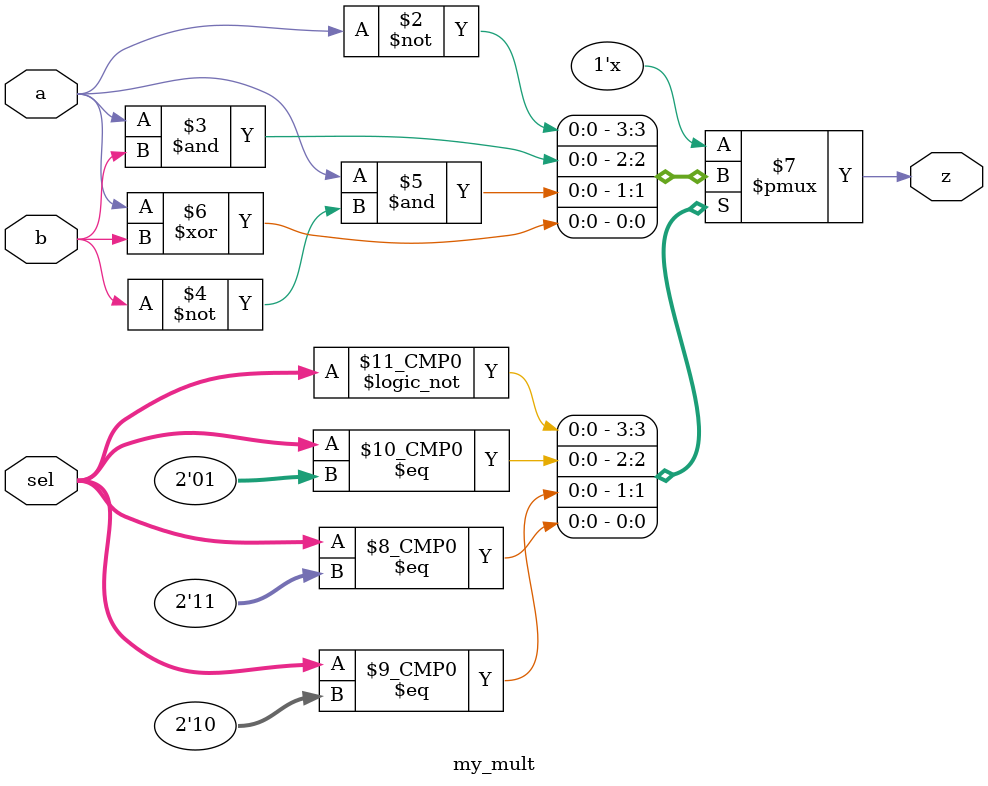
<source format=v>
`timescale 1ns / 1ps


module my_mult(
input a,
input b,
input [1:0] sel,
output reg z
    );
always @ *
begin    
    case (sel)
        2'b00: z = ~a;
        2'b01: z = a&b;
        2'b10: z = a&(~b);
        2'b11: z = a^b;
        default: z=2'bxx;
    endcase
end    
    
    
    
endmodule

</source>
